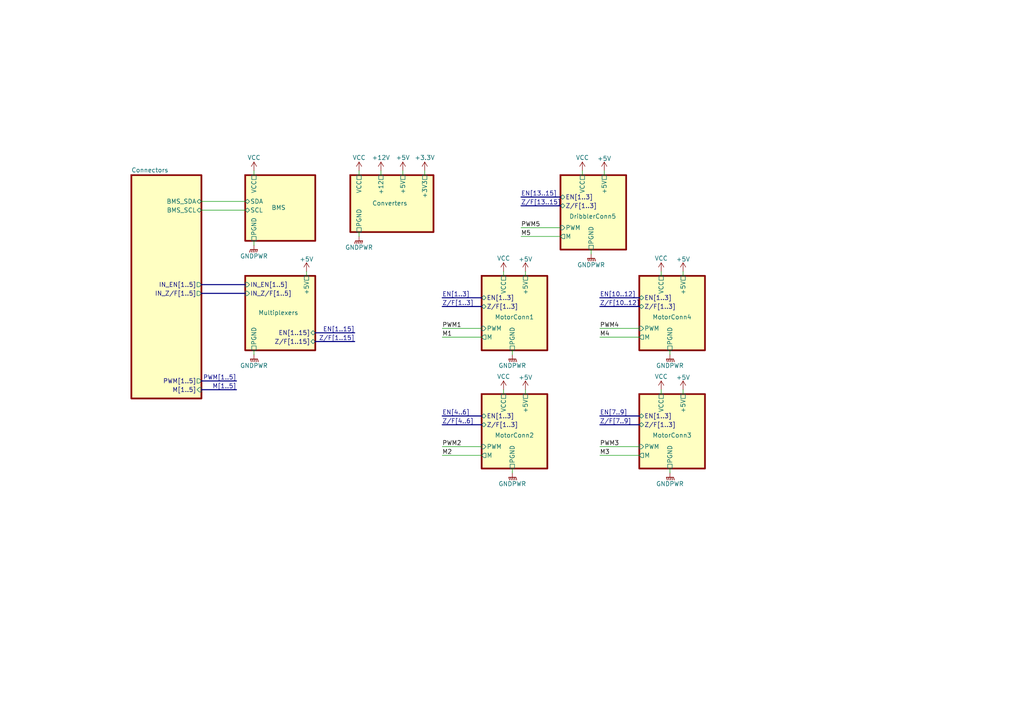
<source format=kicad_sch>
(kicad_sch (version 20230121) (generator eeschema)
  (paper "A4")
  (title_block (title "Powerboard") (date "2024-01-18") (rev "v0.1"))
  (lib_symbols
    (symbol "power:+12V" (power) (pin_names (offset 0))
      (property "Value" "+12V" (at 0 3.556 0))
      (symbol "+12V_0_1"
        (polyline (pts (xy -0.762 1.27) (xy 0 2.54)))
        (polyline (pts (xy 0 0) (xy 0 2.54)))
        (polyline (pts (xy 0 2.54) (xy 0.762 1.27)))
      )
      (symbol "+12V_1_1"
        (pin power_in line (at 0 0 90) (length 0) hide (name "+12V") (number "1"))
      )
    )
    (symbol "power:+3.3V" (power) (pin_names (offset 0))
      (property "Value" "+3.3V" (at 0 3.556 0))
      (symbol "+3.3V_0_1"
        (polyline (pts (xy -0.762 1.27) (xy 0 2.54)))
        (polyline (pts (xy 0 0) (xy 0 2.54)))
        (polyline (pts (xy 0 2.54) (xy 0.762 1.27)))
      )
      (symbol "+3.3V_1_1"
        (pin power_in line (at 0 0 90) (length 0) hide (name "+3.3V") (number "1"))
      )
    )
    (symbol "power:+5V" (power) (pin_names (offset 0))
      (property "Value" "+5V" (at 0 3.556 0))
      (symbol "+5V_0_1"
        (polyline (pts (xy -0.762 1.27) (xy 0 2.54)))
        (polyline (pts (xy 0 0) (xy 0 2.54)))
        (polyline (pts (xy 0 2.54) (xy 0.762 1.27)))
      )
      (symbol "+5V_1_1"
        (pin power_in line (at 0 0 90) (length 0) hide (name "+5V") (number "1"))
      )
    )
    (symbol "power:GNDPWR" (power) (pin_names (offset 0))
      (property "Value" "GNDPWR" (at 0 -3.302 0))
      (symbol "GNDPWR_0_1"
        (polyline (pts (xy 0 -1.27) (xy 0 0)))
        (polyline (pts (xy -1.016 -1.27) (xy -1.27 -2.032) (xy -1.27 -2.032)) (stroke (width 0.2032)))
        (polyline (pts (xy -0.508 -1.27) (xy -0.762 -2.032) (xy -0.762 -2.032)) (stroke (width 0.2032)))
        (polyline (pts (xy 0 -1.27) (xy -0.254 -2.032) (xy -0.254 -2.032)) (stroke (width 0.2032)))
        (polyline (pts (xy 0.508 -1.27) (xy 0.254 -2.032) (xy 0.254 -2.032)) (stroke (width 0.2032)))
        (polyline (pts (xy 1.016 -1.27) (xy -1.016 -1.27) (xy -1.016 -1.27)) (stroke (width 0.2032)))
        (polyline (pts (xy 1.016 -1.27) (xy 0.762 -2.032) (xy 0.762 -2.032) (xy 0.762 -2.032)) (stroke (width 0.2032)))
      )
      (symbol "GNDPWR_1_1"
        (pin power_in line (at 0 0 270) (length 0) hide (name "GNDPWR") (number "1"))
      )
    )
    (symbol "power:VCC" (power) (pin_names (offset 0))
      (property "Value" "VCC" (at 0 3.81 0))
      (symbol "VCC_0_1"
        (polyline (pts (xy -0.762 1.27) (xy 0 2.54)))
        (polyline (pts (xy 0 0) (xy 0 2.54)))
        (polyline (pts (xy 0 2.54) (xy 0.762 1.27)))
      )
      (symbol "VCC_1_1"
        (pin power_in line (at 0 0 90) (length 0) hide (name "VCC") (number "1"))
      )
    )
  )
  (bus (pts (xy 91.44 96.52) (xy 102.87 96.52)))
  (wire (pts (xy 173.99 95.25) (xy 185.42 95.25)))
  (bus (pts (xy 173.99 120.65) (xy 185.42 120.65)))
  (wire (pts (xy 128.27 129.54) (xy 139.7 129.54)))
  (bus (pts (xy 128.27 86.36) (xy 139.7 86.36)))
  (bus (pts (xy 151.13 59.69) (xy 162.56 59.69)))
  (wire (pts (xy 116.84 49.53) (xy 116.84 50.8)))
  (wire (pts (xy 173.99 129.54) (xy 185.42 129.54)))
  (wire (pts (xy 128.27 132.08) (xy 139.7 132.08)))
  (bus (pts (xy 151.13 57.15) (xy 162.56 57.15)))
  (wire (pts (xy 173.99 132.08) (xy 185.42 132.08)))
  (wire (pts (xy 128.27 97.79) (xy 139.7 97.79)))
  (wire (pts (xy 171.45 72.39) (xy 171.45 73.66)))
  (bus (pts (xy 173.99 88.9) (xy 185.42 88.9)))
  (bus (pts (xy 128.27 88.9) (xy 139.7 88.9)))
  (wire (pts (xy 151.13 68.58) (xy 162.56 68.58)))
  (wire (pts (xy 146.05 113.03) (xy 146.05 114.3)))
  (bus (pts (xy 58.42 113.03) (xy 68.58 113.03)))
  (wire (pts (xy 73.66 69.85) (xy 73.66 71.12)))
  (bus (pts (xy 58.42 110.49) (xy 68.58 110.49)))
  (wire (pts (xy 146.05 78.74) (xy 146.05 80.01)))
  (wire (pts (xy 194.31 101.6) (xy 194.31 102.87)))
  (wire (pts (xy 198.12 113.03) (xy 198.12 114.3)))
  (wire (pts (xy 151.13 66.04) (xy 162.56 66.04)))
  (wire (pts (xy 173.99 97.79) (xy 185.42 97.79)))
  (wire (pts (xy 175.26 49.53) (xy 175.26 50.8)))
  (wire (pts (xy 58.42 60.96) (xy 71.12 60.96)))
  (bus (pts (xy 58.42 82.55) (xy 71.12 82.55)))
  (wire (pts (xy 168.91 49.53) (xy 168.91 50.8)))
  (wire (pts (xy 88.9 78.74) (xy 88.9 80.01)))
  (wire (pts (xy 128.27 95.25) (xy 139.7 95.25)))
  (bus (pts (xy 58.42 85.09) (xy 71.12 85.09)))
  (wire (pts (xy 123.19 49.53) (xy 123.19 50.8)))
  (bus (pts (xy 128.27 120.65) (xy 139.7 120.65)))
  (wire (pts (xy 73.66 49.53) (xy 73.66 50.8)))
  (wire (pts (xy 104.14 67.31) (xy 104.14 68.58)))
  (wire (pts (xy 191.77 78.74) (xy 191.77 80.01)))
  (wire (pts (xy 198.12 78.74) (xy 198.12 80.01)))
  (wire (pts (xy 148.59 135.89) (xy 148.59 137.16)))
  (bus (pts (xy 91.44 99.06) (xy 102.87 99.06)))
  (wire (pts (xy 58.42 58.42) (xy 71.12 58.42)))
  (wire (pts (xy 73.66 101.6) (xy 73.66 102.87)))
  (wire (pts (xy 194.31 135.89) (xy 194.31 137.16)))
  (wire (pts (xy 148.59 101.6) (xy 148.59 102.87)))
  (wire (pts (xy 110.49 49.53) (xy 110.49 50.8)))
  (wire (pts (xy 152.4 78.74) (xy 152.4 80.01)))
  (wire (pts (xy 104.14 49.53) (xy 104.14 50.8)))
  (bus (pts (xy 173.99 86.36) (xy 185.42 86.36)))
  (wire (pts (xy 152.4 113.03) (xy 152.4 114.3)))
  (bus (pts (xy 173.99 123.19) (xy 185.42 123.19)))
  (wire (pts (xy 191.77 113.03) (xy 191.77 114.3)))
  (bus (pts (xy 128.27 123.19) (xy 139.7 123.19)))
  (label "M4" (at 173.99 97.79 0))
  (label "EN[4..6]" (at 128.27 120.65 0))
  (label "EN[1..3]" (at 128.27 86.36 0))
  (label "Z{slash}F[10..12]" (at 173.99 88.9 0))
  (label "PWM5" (at 151.13 66.04 0))
  (label "PWM2" (at 128.27 129.54 0))
  (label "EN[10..12]" (at 173.99 86.36 0))
  (label "PWM1" (at 128.27 95.25 0))
  (label "Z{slash}F[7..9]" (at 173.99 123.19 0))
  (label "M5" (at 151.13 68.58 0))
  (label "Z{slash}F[1..15]" (at 102.87 99.06 180))
  (label "Z{slash}F[1..3]" (at 128.27 88.9 0))
  (label "EN[1..15]" (at 102.87 96.52 180))
  (label "PWM3" (at 173.99 129.54 0))
  (label "M2" (at 128.27 132.08 0))
  (label "Z{slash}F[13..15]" (at 151.13 59.69 0))
  (label "Z{slash}F[4..6]" (at 128.27 123.19 0))
  (label "PWM[1..5]" (at 68.58 110.49 180))
  (label "PWM4" (at 173.99 95.25 0))
  (label "EN[13..15]" (at 151.13 57.15 0))
  (label "M[1..5]" (at 68.58 113.03 180))
  (label "M1" (at 128.27 97.79 0))
  (label "EN[7..9]" (at 173.99 120.65 0))
  (label "M3" (at 173.99 132.08 0))
  (symbol (lib_id "power:VCC") (at 146.05 113.03 0) (unit 1)
    (property "Reference" "#PWR019" (effects hide))
    (property "Value" "VCC" (at 146.05 109.22 0))
  )
  (symbol (lib_id "power:+3.3V") (at 123.19 49.53 0) (unit 1)
    (property "Reference" "#PWR05" (effects hide))
    (property "Value" "+3.3V" (at 123.19 45.72 0))
  )
  (symbol (lib_id "power:GNDPWR") (at 148.59 137.16 0) (mirror y) (unit 1)
    (property "Reference" "#PWR023" (effects hide))
    (property "Value" "GNDPWR" (at 148.59 140.335 0))
  )
  (symbol (lib_id "power:GNDPWR") (at 171.45 73.66 0) (mirror y) (unit 1)
    (property "Reference" "#PWR010" (effects hide))
    (property "Value" "GNDPWR" (at 171.45 76.835 0))
  )
  (symbol (lib_id "power:VCC") (at 191.77 78.74 0) (unit 1)
    (property "Reference" "#PWR014" (effects hide))
    (property "Value" "VCC" (at 191.77 74.93 0))
  )
  (symbol (lib_id "power:VCC") (at 168.91 49.53 0) (unit 1)
    (property "Reference" "#PWR06" (effects hide))
    (property "Value" "VCC" (at 168.91 45.72 0))
  )
  (symbol (lib_id "power:+5V") (at 198.12 113.03 0) (mirror y) (unit 1)
    (property "Reference" "#PWR022" (effects hide))
    (property "Value" "+5V" (at 198.12 109.474 0))
  )
  (symbol (lib_id "power:VCC") (at 146.05 78.74 0) (unit 1)
    (property "Reference" "#PWR012" (effects hide))
    (property "Value" "VCC" (at 146.05 74.93 0))
  )
  (symbol (lib_id "power:GNDPWR") (at 73.66 71.12 0) (unit 1)
    (property "Reference" "#PWR09" (effects hide))
    (property "Value" "GNDPWR" (at 73.66 74.295 0))
  )
  (symbol (lib_id "power:+5V") (at 88.9 78.74 0) (mirror y) (unit 1)
    (property "Reference" "#PWR011" (effects hide))
    (property "Value" "+5V" (at 88.9 75.184 0))
  )
  (symbol (lib_id "power:+5V") (at 152.4 78.74 0) (mirror y) (unit 1)
    (property "Reference" "#PWR013" (effects hide))
    (property "Value" "+5V" (at 152.4 75.184 0))
  )
  (symbol (lib_id "power:+12V") (at 110.49 49.53 0) (unit 1)
    (property "Reference" "#PWR03" (effects hide))
    (property "Value" "+12V" (at 110.49 45.72 0))
  )
  (symbol (lib_id "power:VCC") (at 104.14 49.53 0) (unit 1)
    (property "Reference" "#PWR02" (effects hide))
    (property "Value" "VCC" (at 104.14 45.72 0))
  )
  (symbol (lib_id "power:GNDPWR") (at 194.31 102.87 0) (mirror y) (unit 1)
    (property "Reference" "#PWR018" (effects hide))
    (property "Value" "GNDPWR" (at 194.31 106.045 0))
  )
  (symbol (lib_id "power:+5V") (at 175.26 49.53 0) (mirror y) (unit 1)
    (property "Reference" "#PWR07" (effects hide))
    (property "Value" "+5V" (at 175.26 45.974 0))
  )
  (symbol (lib_id "power:VCC") (at 191.77 113.03 0) (unit 1)
    (property "Reference" "#PWR021" (effects hide))
    (property "Value" "VCC" (at 191.77 109.22 0))
  )
  (symbol (lib_id "power:GNDPWR") (at 104.14 68.58 0) (unit 1)
    (property "Reference" "#PWR08" (effects hide))
    (property "Value" "GNDPWR" (at 104.14 71.755 0))
  )
  (symbol (lib_id "power:+5V") (at 198.12 78.74 0) (mirror y) (unit 1)
    (property "Reference" "#PWR015" (effects hide))
    (property "Value" "+5V" (at 198.12 75.184 0))
  )
  (symbol (lib_id "power:GNDPWR") (at 73.66 102.87 0) (mirror y) (unit 1)
    (property "Reference" "#PWR016" (effects hide))
    (property "Value" "GNDPWR" (at 73.66 106.045 0))
  )
  (symbol (lib_id "power:GNDPWR") (at 194.31 137.16 0) (mirror y) (unit 1)
    (property "Reference" "#PWR024" (effects hide))
    (property "Value" "GNDPWR" (at 194.31 140.335 0))
  )
  (symbol (lib_id "power:GNDPWR") (at 148.59 102.87 0) (mirror y) (unit 1)
    (property "Reference" "#PWR017" (effects hide))
    (property "Value" "GNDPWR" (at 148.59 106.045 0))
  )
  (symbol (lib_id "power:VCC") (at 73.66 49.53 0) (unit 1)
    (property "Reference" "#PWR01" (effects hide))
    (property "Value" "VCC" (at 73.66 45.72 0))
  )
  (symbol (lib_id "power:+5V") (at 116.84 49.53 0) (unit 1)
    (property "Reference" "#PWR04" (effects hide))
    (property "Value" "+5V" (at 116.84 45.72 0))
  )
  (symbol (lib_id "power:+5V") (at 152.4 113.03 0) (mirror y) (unit 1)
    (property "Reference" "#PWR020" (effects hide))
    (property "Value" "+5V" (at 152.4 109.474 0))
  )
  (sheet (at 71.12 50.8) (size 20.32 19.05) (stroke (width 0.5) (color 132 0 0 1)) (fill (color 255 255 194 1.0000))
    (property "Sheetname" "BMS" (at 78.74 60.96 0) (effects (justify left bottom)))
    (property "Sheetfile" "BMS.kicad_sch" (effects hide))
    (pin "VCC" passive (at 73.66 50.8 90))
    (pin "PGND" passive (at 73.66 69.85 270))
    (pin "SCL" bidirectional (at 71.12 60.96 180))
    (pin "SDA" bidirectional (at 71.12 58.42 180))
  )
  (sheet (at 162.56 50.8) (size 19.05 21.59) (stroke (width 0.5) (color 132 0 0 1)) (fill (color 255 255 194 1.0000))
    (property "Sheetname" "DribblerConn5" (at 165.1 63.5 0) (effects (justify left bottom)))
    (property "Sheetfile" "MotorConn.kicad_sch" (effects hide))
    (pin "+5V" passive (at 175.26 50.8 90))
    (pin "PGND" passive (at 171.45 72.39 270))
    (pin "PWM" input (at 162.56 66.04 180))
    (pin "M" output (at 162.56 68.58 180))
    (pin "VCC" passive (at 168.91 50.8 90))
    (pin "EN[1..3]" bidirectional (at 162.56 57.15 180))
    (pin "Z{slash}F[1..3]" bidirectional (at 162.56 59.69 180))
  )
  (sheet (at 185.42 80.01) (size 19.05 21.59) (stroke (width 0.5) (color 132 0 0 1)) (fill (color 255 255 194 1.0000))
    (property "Sheetname" "MotorConn4" (at 189.23 92.71 0) (effects (justify left bottom)))
    (property "Sheetfile" "MotorConn.kicad_sch" (effects hide))
    (pin "+5V" passive (at 198.12 80.01 90))
    (pin "PGND" passive (at 194.31 101.6 270))
    (pin "PWM" input (at 185.42 95.25 180))
    (pin "M" output (at 185.42 97.79 180))
    (pin "VCC" passive (at 191.77 80.01 90))
    (pin "EN[1..3]" bidirectional (at 185.42 86.36 180))
    (pin "Z{slash}F[1..3]" bidirectional (at 185.42 88.9 180))
  )
  (sheet (at 139.7 114.3) (size 19.05 21.59) (stroke (width 0.5) (color 132 0 0 1)) (fill (color 255 255 194 1.0000))
    (property "Sheetname" "MotorConn2" (at 143.51 127 0) (effects (justify left bottom)))
    (property "Sheetfile" "MotorConn.kicad_sch" (effects hide))
    (pin "+5V" passive (at 152.4 114.3 90))
    (pin "PGND" passive (at 148.59 135.89 270))
    (pin "PWM" input (at 139.7 129.54 180))
    (pin "M" output (at 139.7 132.08 180))
    (pin "VCC" passive (at 146.05 114.3 90))
    (pin "EN[1..3]" bidirectional (at 139.7 120.65 180))
    (pin "Z{slash}F[1..3]" bidirectional (at 139.7 123.19 180))
  )
  (sheet (at 38.1 50.8) (size 20.32 64.77) (stroke (width 0.5) (color 132 0 0 1)) (fill (color 255 255 194 1.0000))
    (property "Sheetname" "Connectors" (at 38.1 50.0884 0) (effects (justify left bottom)))
    (property "Sheetfile" "Connectors.kicad_sch" (effects hide))
    (pin "IN_EN[1..5]" output (at 58.42 82.55 0))
    (pin "IN_Z{slash}F[1..5]" output (at 58.42 85.09 0))
    (pin "PWM[1..5]" output (at 58.42 110.49 0))
    (pin "M[1..5]" input (at 58.42 113.03 0))
    (pin "BMS_SDA" bidirectional (at 58.42 58.42 0))
    (pin "BMS_SCL" bidirectional (at 58.42 60.96 0))
  )
  (sheet (at 101.6 50.8) (size 24.13 16.51) (stroke (width 0.5) (color 132 0 0 1)) (fill (color 255 255 194 1.0000))
    (property "Sheetname" "Converters" (at 107.95 59.69 0) (effects (justify left bottom)))
    (property "Sheetfile" "Converters.kicad_sch" (effects hide))
    (pin "+12" passive (at 110.49 50.8 90))
    (pin "PGND" passive (at 104.14 67.31 270))
    (pin "VCC" passive (at 104.14 50.8 90))
    (pin "+5V" passive (at 116.84 50.8 90))
    (pin "+3V3" passive (at 123.19 50.8 90))
  )
  (sheet (at 139.7 80.01) (size 19.05 21.59) (stroke (width 0.5) (color 132 0 0 1)) (fill (color 255 255 194 1.0000))
    (property "Sheetname" "MotorConn1" (at 143.51 92.71 0) (effects (justify left bottom)))
    (property "Sheetfile" "MotorConn.kicad_sch" (effects hide))
    (pin "+5V" passive (at 152.4 80.01 90))
    (pin "PGND" passive (at 148.59 101.6 270))
    (pin "PWM" input (at 139.7 95.25 180))
    (pin "M" output (at 139.7 97.79 180))
    (pin "VCC" passive (at 146.05 80.01 90))
    (pin "EN[1..3]" bidirectional (at 139.7 86.36 180))
    (pin "Z{slash}F[1..3]" bidirectional (at 139.7 88.9 180))
  )
  (sheet (at 71.12 80.01) (size 20.32 21.59) (stroke (width 0.5) (color 132 0 0 1)) (fill (color 255 255 194 1.0000))
    (property "Sheetname" "Multiplexers" (at 74.93 91.44 0) (effects (justify left bottom)))
    (property "Sheetfile" "Multiplexers.kicad_sch" (effects hide))
    (pin "+5V" passive (at 88.9 80.01 90))
    (pin "PGND" passive (at 73.66 101.6 270))
    (pin "IN_EN[1..5]" input (at 71.12 82.55 180))
    (pin "IN_Z{slash}F[1..5]" input (at 71.12 85.09 180))
    (pin "Z{slash}F[1..15]" bidirectional (at 91.44 99.06 0))
    (pin "EN[1..15]" bidirectional (at 91.44 96.52 0))
  )
  (sheet (at 185.42 114.3) (size 19.05 21.59) (stroke (width 0.5) (color 132 0 0 1)) (fill (color 255 255 194 1.0000))
    (property "Sheetname" "MotorConn3" (at 189.23 127 0) (effects (justify left bottom)))
    (property "Sheetfile" "MotorConn.kicad_sch" (effects hide))
    (pin "+5V" passive (at 198.12 114.3 90))
    (pin "PGND" passive (at 194.31 135.89 270))
    (pin "PWM" input (at 185.42 129.54 180))
    (pin "M" output (at 185.42 132.08 180))
    (pin "VCC" passive (at 191.77 114.3 90))
    (pin "EN[1..3]" bidirectional (at 185.42 120.65 180))
    (pin "Z{slash}F[1..3]" bidirectional (at 185.42 123.19 180))
  )
)
</source>
